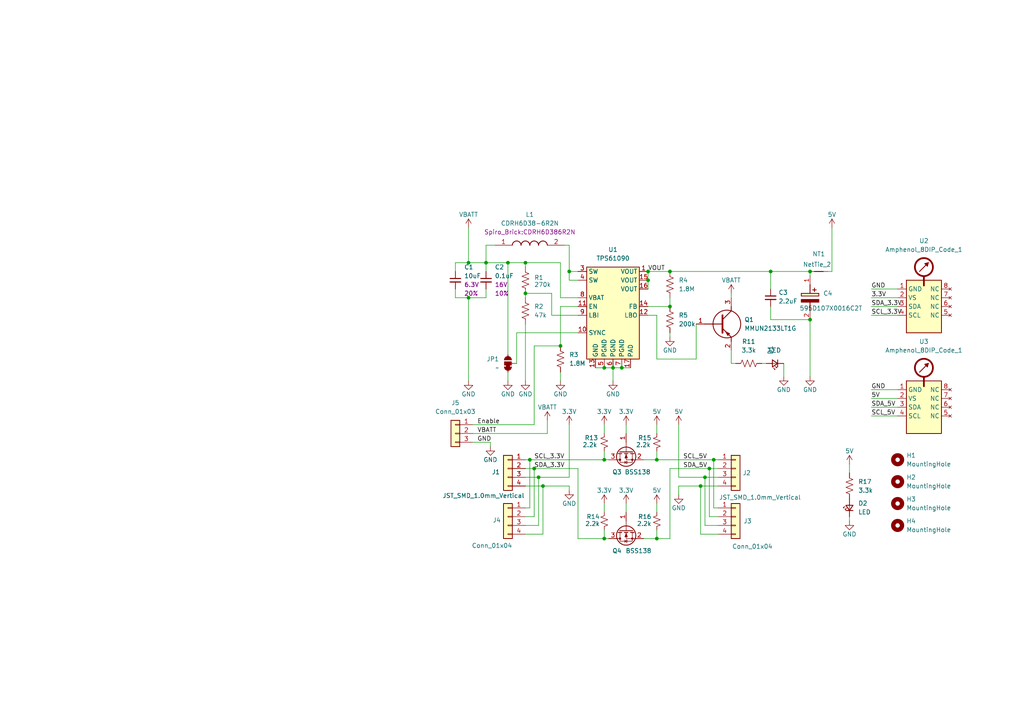
<source format=kicad_sch>
(kicad_sch (version 20250114) (generator "eeschema") (generator_version "9.0")
  (paper "A4")
  (title_block (title "Sprio Brick") (date "2025-12-26") (rev "1.0.0") (comment 1 "Urs Utzinger") (comment 2 "Altekreti"))
  (lib_symbols
    (symbol "Connector_Generic:Conn_01x04" (pin_names (offset 1.016) (hide yes))
      (property "Reference" "J" (at 0 5.08 0))
      (property "Value" "Conn_01x04" (at 0 -7.62 0))
      (symbol "Conn_01x04_1_1"
        (rectangle (start -1.27 3.81) (end 1.27 -6.35) (stroke (width 0.254)) (fill (type background)))
        (rectangle (start -1.27 2.667) (end 0 2.413) (stroke (width 0.1524)))
        (rectangle (start -1.27 0.127) (end 0 -0.127) (stroke (width 0.1524)))
        (rectangle (start -1.27 -2.413) (end 0 -2.667) (stroke (width 0.1524)))
        (rectangle (start -1.27 -4.953) (end 0 -5.207) (stroke (width 0.1524)))
        (pin passive line (at -5.08 2.54 0) (length 3.81) (name "Pin_1") (number "1"))
        (pin passive line (at -5.08 0 0) (length 3.81) (name "Pin_2") (number "2"))
        (pin passive line (at -5.08 -2.54 0) (length 3.81) (name "Pin_3") (number "3"))
        (pin passive line (at -5.08 -5.08 0) (length 3.81) (name "Pin_4") (number "4"))
      )
    )
    (symbol "Device:NetTie_2" (pin_numbers (hide yes)) (pin_names (offset 0) (hide yes)) (in_bom no)
      (property "Reference" "NT" (at 0 1.27 0))
      (property "Value" "NetTie_2" (at 0 -1.27 0))
      (symbol "NetTie_2_0_1"
        (polyline (pts (xy -1.27 0) (xy 1.27 0)) (stroke (width 0.254)))
      )
      (symbol "NetTie_2_1_1"
        (pin passive line (at -2.54 0 0) (length 2.54) (name "1") (number "1"))
        (pin passive line (at 2.54 0 180) (length 2.54) (name "2") (number "2"))
      )
    )
    (symbol "Device:R_US" (pin_numbers (hide yes)) (pin_names (offset 0))
      (property "Reference" "R" (at 2.54 0 90))
      (property "Value" "R_US" (at -2.54 0 90))
      (symbol "R_US_0_1"
        (polyline (pts (xy 0 2.286) (xy 0 2.54)))
        (polyline (pts (xy 0 2.286) (xy 1.016 1.905) (xy 0 1.524) (xy -1.016 1.143) (xy 0 0.762)))
        (polyline (pts (xy 0 0.762) (xy 1.016 0.381) (xy 0 0) (xy -1.016 -0.381) (xy 0 -0.762)))
        (polyline (pts (xy 0 -0.762) (xy 1.016 -1.143) (xy 0 -1.524) (xy -1.016 -1.905) (xy 0 -2.286)))
        (polyline (pts (xy 0 -2.286) (xy 0 -2.54)))
      )
      (symbol "R_US_1_1"
        (pin passive line (at 0 3.81 270) (length 1.27) (name "~") (number "1"))
        (pin passive line (at 0 -3.81 90) (length 1.27) (name "~") (number "2"))
      )
    )
    (symbol "Mechanical:MountingHole" (pin_names (offset 1.016)) (in_bom no)
      (property "Reference" "H" (at 0 5.08 0))
      (property "Value" "MountingHole" (at 0 3.175 0))
      (symbol "MountingHole_0_1"
        (circle (center 0 0) (radius 1.27) (stroke (width 1.27)))
      )
    )
    (symbol "PCM_SparkFun-Capacitor:0.1uF_0402_16V_10%" (pin_numbers (hide yes)) (pin_names (offset 0.254))
      (property "Reference" "C" (at 0.635 2.54 0))
      (property "Value" "0.1uF" (at 0.635 -2.54 0))
      (property "Voltage" "16V" (at 0 -6.35 0))
      (property "Tolerance" "10%" (at 0 -8.89 0))
      (symbol "0.1uF_0402_16V_10%_0_1"
        (polyline (pts (xy -1.524 0.508) (xy 1.524 0.508)) (stroke (width 0.3048)))
        (polyline (pts (xy -1.524 -0.508) (xy 1.524 -0.508)) (stroke (width 0.3302)))
      )
      (symbol "0.1uF_0402_16V_10%_1_1"
        (pin passive line (at 0 2.54 270) (length 2.032) (name "~") (number "1"))
        (pin passive line (at 0 -2.54 90) (length 2.032) (name "~") (number "2"))
      )
    )
    (symbol "PCM_SparkFun-Capacitor:10uF_0402_6.3V_20%" (pin_numbers (hide yes)) (pin_names (offset 0.254))
      (property "Reference" "C" (at 0.635 2.54 0))
      (property "Value" "10uF" (at 0.635 -2.54 0))
      (property "Voltage" "6.3V" (at 0 -6.35 0))
      (property "Tolerance" "20%" (at 0 -8.89 0))
      (symbol "10uF_0402_6.3V_20%_0_1"
        (polyline (pts (xy -1.524 0.508) (xy 1.524 0.508)) (stroke (width 0.3048)))
        (polyline (pts (xy -1.524 -0.508) (xy 1.524 -0.508)) (stroke (width 0.3302)))
      )
      (symbol "10uF_0402_6.3V_20%_1_1"
        (pin passive line (at 0 2.54 270) (length 2.032) (name "~") (number "1"))
        (pin passive line (at 0 -2.54 90) (length 2.032) (name "~") (number "2"))
      )
    )
    (symbol "PCM_SparkFun-Capacitor:2.2uF_0402_10V_10%" (pin_numbers (hide yes)) (pin_names (offset 0.254))
      (property "Reference" "C" (at 0.635 2.54 0))
      (property "Value" "2.2uF" (at 0.635 -2.54 0))
      (property "Voltage" "10V" (at 0 -6.35 0))
      (property "Tolerance" "10%" (at 0 -8.89 0))
      (symbol "2.2uF_0402_10V_10%_0_1"
        (polyline (pts (xy -1.524 0.508) (xy 1.524 0.508)) (stroke (width 0.3048)))
        (polyline (pts (xy -1.524 -0.508) (xy 1.524 -0.508)) (stroke (width 0.3302)))
      )
      (symbol "2.2uF_0402_10V_10%_1_1"
        (pin passive line (at 0 2.54 270) (length 2.032) (name "~") (number "1"))
        (pin passive line (at 0 -2.54 90) (length 2.032) (name "~") (number "2"))
      )
    )
    (symbol "PCM_SparkFun-Connector:Conn_01x03_P2.54mm" (pin_names (offset 1.016) (hide yes))
      (property "Reference" "J" (at 0 5.08 0))
      (property "Value" "Conn_01x03" (at 0 -5.08 0))
      (symbol "Conn_01x03_P2.54mm_1_1"
        (rectangle (start -1.27 3.81) (end 1.27 -3.81) (stroke (width 0.254)) (fill (type background)))
        (rectangle (start -1.27 2.667) (end 0 2.413) (stroke (width 0.1524)))
        (rectangle (start -1.27 0.127) (end 0 -0.127) (stroke (width 0.1524)))
        (rectangle (start -1.27 -2.413) (end 0 -2.667) (stroke (width 0.1524)))
        (pin passive line (at -5.08 2.54 0) (length 3.81) (name "Pin_1") (number "1"))
        (pin passive line (at -5.08 0 0) (length 3.81) (name "Pin_2") (number "2"))
        (pin passive line (at -5.08 -2.54 0) (length 3.81) (name "Pin_3") (number "3"))
      )
    )
    (symbol "PCM_SparkFun-Connector:Conn_01x04_JST_P1.0mm_Vertical_SMD" (pin_names (offset 1.016) (hide yes))
      (property "Reference" "J" (at 0 5.08 0))
      (property "Value" "JST_SMD_1.0mm_Vertical" (at 0 -7.62 0))
      (symbol "Conn_01x04_JST_P1.0mm_Vertical_SMD_1_1"
        (rectangle (start -1.27 3.81) (end 1.27 -6.35) (stroke (width 0.254)) (fill (type background)))
        (rectangle (start -1.27 2.667) (end 0 2.413) (stroke (width 0.1524)))
        (rectangle (start -1.27 0.127) (end 0 -0.127) (stroke (width 0.1524)))
        (rectangle (start -1.27 -2.413) (end 0 -2.667) (stroke (width 0.1524)))
        (rectangle (start -1.27 -4.953) (end 0 -5.207) (stroke (width 0.1524)))
        (pin passive line (at -5.08 2.54 0) (length 3.81) (name "Pin_1") (number "1"))
        (pin passive line (at -5.08 0 0) (length 3.81) (name "Pin_2") (number "2"))
        (pin passive line (at -5.08 -2.54 0) (length 3.81) (name "Pin_3") (number "3"))
        (pin passive line (at -5.08 -5.08 0) (length 3.81) (name "Pin_4") (number "4"))
      )
    )
    (symbol "PCM_SparkFun-Jumper:SolderJumper_3_Bridged12" (pin_numbers (hide yes)) (pin_names (offset 0) (hide yes))
      (property "Reference" "JP" (at 0 2.54 0))
      (property "Value" "~" (at 3.81 1.27 0))
      (symbol "SolderJumper_3_Bridged12_0_1"
        (polyline (pts (xy -2.54 0) (xy -2.032 0)))
        (polyline (pts (xy -1.016 1.016) (xy -1.016 -1.016)))
        (rectangle (start -1.016 0.508) (end -0.508 -0.508) (fill (type outline)))
        (arc (start -1.016 -1.016) (mid -2.0276 0) (end -1.016 1.016))
        (arc (start -1.016 -1.016) (mid -2.0276 0) (end -1.016 1.016) (fill (type outline)))
        (rectangle (start -0.508 1.016) (end 0.508 -1.016) (fill (type outline)))
        (polyline (pts (xy 0 -1.27) (xy 0 -1.016)))
        (arc (start 1.016 1.016) (mid 2.0276 0) (end 1.016 -1.016))
        (arc (start 1.016 1.016) (mid 2.0276 0) (end 1.016 -1.016) (fill (type outline)))
        (polyline (pts (xy 1.016 1.016) (xy 1.016 -1.016)))
        (polyline (pts (xy 2.54 0) (xy 2.032 0)))
      )
      (symbol "SolderJumper_3_Bridged12_1_1"
        (pin passive line (at -2.54 0 0) (length 1.27) (name "A") (number "1"))
        (pin passive line (at 0 -2.54 90) (length 1.27) (name "B") (number "2"))
        (pin passive line (at 2.54 0 180) (length 1.27) (name "C") (number "3"))
      )
    )
    (symbol "PCM_SparkFun-LED:LED" (pin_numbers (hide yes)) (pin_names (offset 1.016) (hide yes))
      (property "Reference" "D" (at 0 2.54 0))
      (property "Value" "LED" (at 0 -2.54 0))
      (symbol "LED_0_1"
        (polyline (pts (xy -0.762 -1.016) (xy -0.762 1.016)) (stroke (width 0.254)))
        (polyline (pts (xy 0 0.762) (xy -0.508 1.27) (xy -0.254 1.27) (xy -0.508 1.27) (xy -0.508 1.016)))
        (polyline (pts (xy 0.508 1.27) (xy 0 1.778) (xy 0.254 1.778) (xy 0 1.778) (xy 0 1.524)))
        (polyline (pts (xy 0.762 -1.016) (xy -0.762 0) (xy 0.762 1.016) (xy 0.762 -1.016)) (stroke (width 0.254)))
        (polyline (pts (xy 1.016 0) (xy -0.762 0)))
      )
      (symbol "LED_1_1"
        (pin passive line (at -2.54 0 0) (length 1.778) (name "K") (number "1"))
        (pin passive line (at 2.54 0 180) (length 1.778) (name "A") (number "2"))
      )
    )
    (symbol "PCM_SparkFun-PowerSymbol:3.3V" (power) (pin_names (offset 0))
      (property "Value" "3.3V" (at 0 3.81 0))
      (symbol "3.3V_0_1"
        (polyline (pts (xy -0.762 1.27) (xy 0 2.54)))
        (polyline (pts (xy 0 2.54) (xy 0.762 1.27)))
        (polyline (pts (xy 0 0) (xy 0 2.54)))
      )
      (symbol "3.3V_1_1"
        (pin power_in line (at 0 0 90) (length 0) (hide yes) (name "3.3V") (number "1"))
      )
    )
    (symbol "PCM_SparkFun-PowerSymbol:5V" (power) (pin_names (offset 0))
      (property "Value" "5V" (at 0 3.81 0))
      (symbol "5V_0_1"
        (polyline (pts (xy -0.762 1.27) (xy 0 2.54)))
        (polyline (pts (xy 0 2.54) (xy 0.762 1.27)))
        (polyline (pts (xy 0 0) (xy 0 2.54)))
      )
      (symbol "5V_1_1"
        (pin power_in line (at 0 0 90) (length 0) (hide yes) (name "5V") (number "1"))
      )
    )
    (symbol "PCM_SparkFun-PowerSymbol:GND" (power) (pin_names (offset 0))
      (property "Value" "GND" (at 0 -3.81 0))
      (symbol "GND_0_1"
        (polyline (pts (xy 0 0) (xy 0 -1.27) (xy 1.27 -1.27) (xy 0 -2.54) (xy -1.27 -1.27) (xy 0 -1.27)))
      )
      (symbol "GND_1_1"
        (pin power_in line (at 0 0 270) (length 0) (hide yes) (name "GND") (number "1"))
      )
    )
    (symbol "PCM_SparkFun-PowerSymbol:VBATT" (power) (pin_names (offset 0))
      (property "Value" "VBATT" (at 0 3.81 0))
      (symbol "VBATT_0_1"
        (polyline (pts (xy -0.762 1.27) (xy 0 2.54)))
        (polyline (pts (xy 0 2.54) (xy 0.762 1.27)))
        (polyline (pts (xy 0 0) (xy 0 2.54)))
      )
      (symbol "VBATT_1_1"
        (pin power_in line (at 0 0 90) (length 0) (hide yes) (name "VBATT") (number "1"))
      )
    )
    (symbol "PCM_SparkFun-Resistor:10k_0402" (pin_numbers (hide yes)) (pin_names (offset 0))
      (property "Reference" "R" (at 0 -2.54 0))
      (property "Value" "10k" (at 0 2.54 0))
      (symbol "10k_0402_0_1"
        (polyline (pts (xy -1.524 0) (xy -1.143 1.016) (xy -0.762 0) (xy -0.381 -1.016) (xy 0 0)))
        (polyline (pts (xy 0 0) (xy 0.381 1.016) (xy 0.762 0) (xy 1.143 -1.016) (xy 1.524 0)))
      )
      (symbol "10k_0402_1_1"
        (pin passive line (at -2.54 0 0) (length 1.016) (name "~") (number "1"))
        (pin passive line (at 2.54 0 180) (length 1.016) (name "~") (number "2"))
      )
    )
    (symbol "Regulator_Switching:TPS61090"
      (property "Reference" "U" (at -7.62 15.24 0))
      (property "Value" "TPS61090" (at 1.27 15.24 0))
      (symbol "TPS61090_0_0"
        (pin passive line (at -10.16 12.7 0) (length 2.54) (name "SW") (number "3"))
        (pin passive line (at -10.16 10.16 0) (length 2.54) (name "SW") (number "4"))
        (pin power_in line (at -10.16 5.08 0) (length 2.54) (name "VBAT") (number "8"))
        (pin input line (at -10.16 2.54 0) (length 2.54) (name "EN") (number "11"))
        (pin input line (at -10.16 0 0) (length 2.54) (name "LBI") (number "9"))
        (pin input line (at -10.16 -5.08 0) (length 2.54) (name "SYNC") (number "10"))
        (pin power_in line (at -5.08 -15.24 90) (length 2.54) (name "GND") (number "13"))
        (pin power_in line (at -2.54 -15.24 90) (length 2.54) (name "PGND") (number "5"))
        (pin power_in line (at 0 -15.24 90) (length 2.54) (name "PGND") (number "6"))
        (pin power_in line (at 2.54 -15.24 90) (length 2.54) (name "PGND") (number "7"))
        (pin power_in line (at 5.08 -15.24 90) (length 2.54) (name "PAD") (number "17"))
        (pin power_out line (at 10.16 12.7 180) (length 2.54) (name "VOUT") (number "1"))
        (pin passive line (at 10.16 10.16 180) (length 2.54) (name "VOUT") (number "15"))
        (pin passive line (at 10.16 7.62 180) (length 2.54) (name "VOUT") (number "16"))
        (pin input line (at 10.16 2.54 180) (length 2.54) (name "FB") (number "14"))
        (pin open_collector line (at 10.16 0 180) (length 2.54) (name "LBO") (number "12"))
        (pin no_connect line (at 10.16 -5.08 180) (length 2.54) (hide yes) (name "NC") (number "2"))
      )
      (symbol "TPS61090_0_1"
        (rectangle (start -7.62 13.97) (end 7.62 -12.7) (stroke (width 0.254)) (fill (type background)))
      )
    )
    (symbol "Spiro_Brick:595D107X0016C2T" (pin_names (hide yes))
      (property "Reference" "C" (at 8.89 6.35 0))
      (property "Value" "595D107X0016C2T" (at 8.89 3.81 0))
      (symbol "595D107X0016C2T_1_1"
        (polyline (pts (xy 2.54 0) (xy 5.08 0)) (stroke (width 0.254)))
        (polyline (pts (xy 4.064 1.778) (xy 4.064 0.762)) (stroke (width 0.254)))
        (polyline (pts (xy 4.572 1.27) (xy 3.556 1.27)) (stroke (width 0.254)))
        (rectangle (start 5.08 2.54) (end 5.842 -2.54) (stroke (width 0.254)) (fill (type background)))
        (polyline (pts (xy 7.62 2.54) (xy 7.62 -2.54) (xy 6.858 -2.54) (xy 6.858 2.54) (xy 7.62 2.54)) (stroke (width 0.254)) (fill (type outline)))
        (polyline (pts (xy 7.62 0) (xy 10.16 0)) (stroke (width 0.254)))
        (pin passive line (at 0 0 0) (length 2.54) (name "+") (number "1"))
        (pin passive line (at 12.7 0 180) (length 2.54) (name "-") (number "2"))
      )
    )
    (symbol "Spiro_Brick:8DIP_Amphenol_Code_1"
      (property "Reference" "U" (at -5.08 8.89 0))
      (property "Value" "Amphenol_8DIP_Code_1" (at -10.922 -5.588 0))
      (symbol "8DIP_Amphenol_Code_1_0_1"
        (rectangle (start -5.08 7.62) (end 5.08 -7.62) (stroke (width 0.254)) (fill (type background)))
        (polyline (pts (xy -1.27 10.16) (xy 1.27 12.7)) (stroke (width 0.254)))
        (circle (center 0 11.43) (radius 2.6162) (stroke (width 0.508)))
        (polyline (pts (xy 0 8.636) (xy 0 6.096)) (stroke (width 0.508)))
        (polyline (pts (xy 1.27 12.7) (xy 1.016 11.684) (xy 0.254 12.446) (xy 1.27 12.7)) (stroke (width 0.254)) (fill (type outline)))
      )
      (symbol "8DIP_Amphenol_Code_1_1_0"
        (pin no_connect line (at 7.62 0 180) (length 2.54) (name "NC") (number "6"))
        (pin no_connect line (at 7.62 -2.54 180) (length 2.54) (name "NC") (number "5"))
      )
      (symbol "8DIP_Amphenol_Code_1_1_1"
        (pin power_in line (at -7.62 5.08 0) (length 2.54) (name "GND") (number "1"))
        (pin power_in line (at -7.62 2.54 0) (length 2.54) (name "VS") (number "2"))
        (pin bidirectional line (at -7.62 0 0) (length 2.54) (name "SDA") (number "3"))
        (pin input line (at -7.62 -2.54 0) (length 2.54) (name "SCL") (number "4"))
        (pin no_connect line (at 7.62 5.08 180) (length 2.54) (name "NC") (number "8"))
        (pin no_connect line (at 7.62 2.54 180) (length 2.54) (name "NC") (number "7"))
      )
    )
    (symbol "Spiro_Brick:CDRH6D38-6R2N" (pin_names (hide yes))
      (property "Reference" "L" (at 16.51 6.35 0))
      (property "Value" "CDRH6D38-6R2N" (at 16.51 3.81 0))
      (property "Footprint" "Spiro_Brick:CDRH6D386R2N" (at 16.51 -96.19 0))
      (symbol "CDRH6D38-6R2N_1_1"
        (arc (start 5.08 0) (mid 6.35 1.219) (end 7.62 0) (stroke (width 0.254)))
        (arc (start 7.62 0) (mid 8.89 1.219) (end 10.16 0) (stroke (width 0.254)))
        (arc (start 10.16 0) (mid 11.43 1.219) (end 12.7 0) (stroke (width 0.254)))
        (arc (start 12.7 0) (mid 13.97 1.219) (end 15.24 0) (stroke (width 0.254)))
        (pin passive line (at 0 0 0) (length 5.08) (name "1") (number "1"))
        (pin passive line (at 20.32 0 180) (length 5.08) (name "2") (number "2"))
      )
    )
    (symbol "Spiro_Brick:MMUN2133LT1G" (pin_names (hide yes))
      (property "Reference" "Q" (at 13.97 1.27 0))
      (property "Value" "MMUN2133LT1G" (at 13.97 -1.27 0))
      (symbol "MMUN2133LT1G_1_1"
        (polyline (pts (xy 2.54 0) (xy 7.62 0)) (stroke (width 0.254)))
        (polyline (pts (xy 7.62 2.54) (xy 7.62 -2.54)) (stroke (width 0.508)))
        (polyline (pts (xy 7.62 1.27) (xy 10.16 3.81)) (stroke (width 0.254)))
        (polyline (pts (xy 7.62 -1.27) (xy 10.16 -3.81)) (stroke (width 0.254)))
        (circle (center 8.89 0) (radius 4.016) (stroke (width 0.254)))
        (polyline (pts (xy 9.652 -2.794) (xy 9.144 -3.302) (xy 8.636 -2.286) (xy 9.652 -2.794)) (stroke (width 0.254)) (fill (type outline)))
        (polyline (pts (xy 10.16 3.81) (xy 10.16 5.08)) (stroke (width 0.254)))
        (polyline (pts (xy 10.16 -3.81) (xy 10.16 -5.08)) (stroke (width 0.254)))
        (pin passive line (at 0 0 0) (length 2.54) (name "B") (number "1"))
        (pin passive line (at 10.16 7.62 270) (length 2.54) (name "C") (number "3"))
        (pin passive line (at 10.16 -7.62 90) (length 2.54) (name "E") (number "2"))
      )
    )
    (symbol "Transistor_FET:BSS138" (pin_names (offset 0) (hide yes))
      (property "Reference" "Q" (at 5.08 1.905 0))
      (property "Value" "BSS138" (at 5.08 0 0))
      (symbol "BSS138_0_1"
        (polyline (pts (xy 0.254 1.905) (xy 0.254 -1.905)) (stroke (width 0.254)))
        (polyline (pts (xy 0.254 0) (xy -2.54 0)))
        (polyline (pts (xy 0.762 2.286) (xy 0.762 1.27)) (stroke (width 0.254)))
        (polyline (pts (xy 0.762 0.508) (xy 0.762 -0.508)) (stroke (width 0.254)))
        (polyline (pts (xy 0.762 -1.27) (xy 0.762 -2.286)) (stroke (width 0.254)))
        (polyline (pts (xy 0.762 -1.778) (xy 3.302 -1.778) (xy 3.302 1.778) (xy 0.762 1.778)))
        (polyline (pts (xy 1.016 0) (xy 2.032 0.381) (xy 2.032 -0.381) (xy 1.016 0)) (fill (type outline)))
        (circle (center 1.651 0) (radius 2.794) (stroke (width 0.254)))
        (polyline (pts (xy 2.54 2.54) (xy 2.54 1.778)))
        (circle (center 2.54 1.778) (radius 0.254) (fill (type outline)))
        (circle (center 2.54 -1.778) (radius 0.254) (fill (type outline)))
        (polyline (pts (xy 2.54 -2.54) (xy 2.54 0) (xy 0.762 0)))
        (polyline (pts (xy 2.921 0.381) (xy 3.683 0.381)))
        (polyline (pts (xy 3.302 0.381) (xy 2.921 -0.254) (xy 3.683 -0.254) (xy 3.302 0.381)))
      )
      (symbol "BSS138_1_1"
        (pin input line (at -5.08 0 0) (length 2.54) (name "G") (number "1"))
        (pin passive line (at 2.54 5.08 270) (length 2.54) (name "D") (number "3"))
        (pin passive line (at 2.54 -5.08 90) (length 2.54) (name "S") (number "2"))
      )
    )
  )
  (junction (at 135.89 76.2))
  (junction (at 175.26 133.35))
  (junction (at 190.5 133.35))
  (junction (at 204.47 138.43))
  (junction (at 135.89 86.36))
  (junction (at 140.97 76.2))
  (junction (at 154.94 135.89))
  (junction (at 175.26 106.68))
  (junction (at 165.1 78.74))
  (junction (at 234.95 92.71))
  (junction (at 203.2 140.97))
  (junction (at 153.67 133.35))
  (junction (at 207.01 133.35))
  (junction (at 156.21 138.43))
  (junction (at 190.5 156.21))
  (junction (at 187.96 78.74))
  (junction (at 147.32 76.2))
  (junction (at 180.34 106.68))
  (junction (at 205.74 135.89))
  (junction (at 187.96 81.28))
  (junction (at 194.31 78.74))
  (junction (at 194.31 88.9))
  (junction (at 175.26 156.21))
  (junction (at 152.4 85.09))
  (junction (at 234.95 78.74))
  (junction (at 177.8 106.68))
  (junction (at 152.4 76.2))
  (junction (at 162.56 100.33))
  (junction (at 223.52 78.74))
  (junction (at 157.48 140.97))
  (wire (pts (xy 177.8 106.68) (xy 177.8 110.49)))
  (wire (pts (xy 140.97 86.36) (xy 140.97 83.82)))
  (wire (pts (xy 187.96 91.44) (xy 190.5 91.44)))
  (wire (pts (xy 177.8 106.68) (xy 180.34 106.68)))
  (wire (pts (xy 234.95 92.71) (xy 234.95 109.22)))
  (wire (pts (xy 176.53 133.35) (xy 175.26 133.35)))
  (wire (pts (xy 137.16 123.19) (xy 154.94 123.19)))
  (wire (pts (xy 152.4 140.97) (xy 157.48 140.97)))
  (wire (pts (xy 152.4 138.43) (xy 156.21 138.43)))
  (wire (pts (xy 167.64 135.89) (xy 167.64 156.21)))
  (wire (pts (xy 157.48 140.97) (xy 157.48 154.94)))
  (wire (pts (xy 154.94 149.86) (xy 152.4 149.86)))
  (wire (pts (xy 152.4 147.32) (xy 153.67 147.32)))
  (wire (pts (xy 207.01 147.32) (xy 207.01 133.35)))
  (wire (pts (xy 167.64 86.36) (xy 162.56 86.36)))
  (wire (pts (xy 252.73 88.9) (xy 260.35 88.9)))
  (wire (pts (xy 208.28 138.43) (xy 204.47 138.43)))
  (wire (pts (xy 162.56 76.2) (xy 152.4 76.2)))
  (wire (pts (xy 175.26 106.68) (xy 177.8 106.68)))
  (wire (pts (xy 180.34 106.68) (xy 182.88 106.68)))
  (wire (pts (xy 172.72 106.68) (xy 175.26 106.68)))
  (wire (pts (xy 162.56 88.9) (xy 162.56 100.33)))
  (wire (pts (xy 137.16 128.27) (xy 142.24 128.27)))
  (wire (pts (xy 181.61 146.05) (xy 181.61 148.59)))
  (wire (pts (xy 156.21 138.43) (xy 165.1 138.43)))
  (wire (pts (xy 196.85 138.43) (xy 204.47 138.43)))
  (wire (pts (xy 252.73 115.57) (xy 260.35 115.57)))
  (wire (pts (xy 196.85 123.19) (xy 196.85 138.43)))
  (wire (pts (xy 152.4 154.94) (xy 157.48 154.94)))
  (wire (pts (xy 140.97 71.12) (xy 143.51 71.12)))
  (wire (pts (xy 212.09 85.09) (xy 212.09 86.36)))
  (wire (pts (xy 152.4 93.98) (xy 152.4 110.49)))
  (wire (pts (xy 205.74 149.86) (xy 205.74 135.89)))
  (wire (pts (xy 208.28 133.35) (xy 207.01 133.35)))
  (wire (pts (xy 208.28 149.86) (xy 205.74 149.86)))
  (wire (pts (xy 252.73 120.65) (xy 260.35 120.65)))
  (wire (pts (xy 157.48 140.97) (xy 165.1 140.97)))
  (wire (pts (xy 252.73 86.36) (xy 260.35 86.36)))
  (wire (pts (xy 186.69 133.35) (xy 190.5 133.35)))
  (wire (pts (xy 208.28 135.89) (xy 205.74 135.89)))
  (wire (pts (xy 194.31 96.52) (xy 194.31 97.79)))
  (wire (pts (xy 147.32 107.95) (xy 147.32 110.49)))
  (wire (pts (xy 220.98 105.41) (xy 222.25 105.41)))
  (wire (pts (xy 190.5 104.14) (xy 201.93 104.14)))
  (wire (pts (xy 190.5 156.21) (xy 186.69 156.21)))
  (wire (pts (xy 167.64 81.28) (xy 165.1 81.28)))
  (wire (pts (xy 165.1 71.12) (xy 163.83 71.12)))
  (wire (pts (xy 165.1 71.12) (xy 165.1 78.74)))
  (wire (pts (xy 175.26 156.21) (xy 167.64 156.21)))
  (wire (pts (xy 149.86 96.52) (xy 149.86 105.41)))
  (wire (pts (xy 187.96 88.9) (xy 194.31 88.9)))
  (wire (pts (xy 181.61 123.19) (xy 181.61 125.73)))
  (wire (pts (xy 152.4 135.89) (xy 154.94 135.89)))
  (wire (pts (xy 165.1 81.28) (xy 165.1 78.74)))
  (wire (pts (xy 175.26 156.21) (xy 175.26 153.67)))
  (wire (pts (xy 140.97 76.2) (xy 147.32 76.2)))
  (wire (pts (xy 190.5 91.44) (xy 190.5 104.14)))
  (wire (pts (xy 152.4 152.4) (xy 156.21 152.4)))
  (wire (pts (xy 190.5 153.67) (xy 190.5 156.21)))
  (wire (pts (xy 147.32 76.2) (xy 152.4 76.2)))
  (wire (pts (xy 196.85 140.97) (xy 196.85 143.51)))
  (wire (pts (xy 162.56 88.9) (xy 167.64 88.9)))
  (wire (pts (xy 208.28 154.94) (xy 203.2 154.94)))
  (wire (pts (xy 175.26 156.21) (xy 176.53 156.21)))
  (wire (pts (xy 140.97 71.12) (xy 140.97 76.2)))
  (wire (pts (xy 135.89 76.2) (xy 140.97 76.2)))
  (wire (pts (xy 196.85 140.97) (xy 203.2 140.97)))
  (wire (pts (xy 190.5 146.05) (xy 190.5 148.59)))
  (wire (pts (xy 154.94 100.33) (xy 162.56 100.33)))
  (wire (pts (xy 162.56 86.36) (xy 162.56 76.2)))
  (wire (pts (xy 167.64 91.44) (xy 160.02 91.44)))
  (wire (pts (xy 208.28 152.4) (xy 204.47 152.4)))
  (wire (pts (xy 152.4 85.09) (xy 152.4 86.36)))
  (wire (pts (xy 234.95 80.01) (xy 234.95 78.74)))
  (wire (pts (xy 135.89 66.04) (xy 135.89 76.2)))
  (wire (pts (xy 194.31 135.89) (xy 194.31 156.21)))
  (wire (pts (xy 194.31 86.36) (xy 194.31 88.9)))
  (wire (pts (xy 152.4 76.2) (xy 152.4 77.47)))
  (wire (pts (xy 162.56 107.95) (xy 162.56 110.49)))
  (wire (pts (xy 153.67 133.35) (xy 153.67 147.32)))
  (wire (pts (xy 175.26 123.19) (xy 175.26 125.73)))
  (wire (pts (xy 252.73 118.11) (xy 260.35 118.11)))
  (wire (pts (xy 194.31 135.89) (xy 205.74 135.89)))
  (wire (pts (xy 194.31 78.74) (xy 223.52 78.74)))
  (wire (pts (xy 223.52 78.74) (xy 234.95 78.74)))
  (wire (pts (xy 187.96 81.28) (xy 187.96 83.82)))
  (wire (pts (xy 203.2 154.94) (xy 203.2 140.97)))
  (wire (pts (xy 252.73 91.44) (xy 260.35 91.44)))
  (wire (pts (xy 135.89 86.36) (xy 132.08 86.36)))
  (wire (pts (xy 149.86 96.52) (xy 167.64 96.52)))
  (wire (pts (xy 160.02 85.09) (xy 152.4 85.09)))
  (wire (pts (xy 227.33 105.41) (xy 227.33 109.22)))
  (wire (pts (xy 165.1 140.97) (xy 165.1 142.24)))
  (wire (pts (xy 142.24 128.27) (xy 142.24 129.54)))
  (wire (pts (xy 158.75 125.73) (xy 158.75 121.92)))
  (wire (pts (xy 175.26 146.05) (xy 175.26 148.59)))
  (wire (pts (xy 140.97 76.2) (xy 140.97 78.74)))
  (wire (pts (xy 132.08 86.36) (xy 132.08 83.82)))
  (wire (pts (xy 154.94 135.89) (xy 154.94 149.86)))
  (wire (pts (xy 234.95 92.71) (xy 223.52 92.71)))
  (wire (pts (xy 208.28 140.97) (xy 203.2 140.97)))
  (wire (pts (xy 165.1 78.74) (xy 167.64 78.74)))
  (wire (pts (xy 208.28 147.32) (xy 207.01 147.32)))
  (wire (pts (xy 223.52 92.71) (xy 223.52 88.9)))
  (wire (pts (xy 190.5 133.35) (xy 207.01 133.35)))
  (wire (pts (xy 156.21 138.43) (xy 156.21 152.4)))
  (wire (pts (xy 132.08 76.2) (xy 135.89 76.2)))
  (wire (pts (xy 201.93 104.14) (xy 201.93 93.98)))
  (wire (pts (xy 223.52 78.74) (xy 223.52 83.82)))
  (wire (pts (xy 154.94 100.33) (xy 154.94 123.19)))
  (wire (pts (xy 132.08 78.74) (xy 132.08 76.2)))
  (wire (pts (xy 135.89 86.36) (xy 135.89 110.49)))
  (wire (pts (xy 187.96 78.74) (xy 187.96 81.28)))
  (wire (pts (xy 252.73 83.82) (xy 260.35 83.82)))
  (wire (pts (xy 246.38 134.62) (xy 246.38 137.16)))
  (wire (pts (xy 152.4 133.35) (xy 153.67 133.35)))
  (wire (pts (xy 137.16 125.73) (xy 158.75 125.73)))
  (wire (pts (xy 187.96 78.74) (xy 194.31 78.74)))
  (wire (pts (xy 190.5 156.21) (xy 194.31 156.21)))
  (wire (pts (xy 140.97 86.36) (xy 135.89 86.36)))
  (wire (pts (xy 154.94 135.89) (xy 167.64 135.89)))
  (wire (pts (xy 241.3 66.04) (xy 241.3 78.74)))
  (wire (pts (xy 246.38 149.86) (xy 246.38 151.13)))
  (wire (pts (xy 160.02 91.44) (xy 160.02 85.09)))
  (wire (pts (xy 175.26 133.35) (xy 175.26 130.81)))
  (wire (pts (xy 241.3 78.74) (xy 240.03 78.74)))
  (wire (pts (xy 190.5 133.35) (xy 190.5 130.81)))
  (wire (pts (xy 212.09 105.41) (xy 212.09 101.6)))
  (wire (pts (xy 165.1 123.19) (xy 165.1 138.43)))
  (wire (pts (xy 153.67 133.35) (xy 175.26 133.35)))
  (wire (pts (xy 204.47 152.4) (xy 204.47 138.43)))
  (wire (pts (xy 147.32 102.87) (xy 147.32 76.2)))
  (wire (pts (xy 252.73 113.03) (xy 260.35 113.03)))
  (wire (pts (xy 190.5 123.19) (xy 190.5 125.73)))
  (wire (pts (xy 213.36 105.41) (xy 212.09 105.41)))
  (label "SDA_5V" (at 252.73 118.11 0))
  (label "VOUT" (at 187.96 78.74 0))
  (label "5V" (at 252.73 115.57 0))
  (label "SCL_5V" (at 252.73 120.65 0))
  (label "SDA_3.3V" (at 252.73 88.9 0))
  (label "SDA_3.3V" (at 154.94 135.89 0))
  (label "SDA_5V" (at 198.12 135.89 0))
  (label "SCL_3.3V" (at 252.73 91.44 0))
  (label "GND" (at 252.73 113.03 0))
  (label "Enable" (at 138.43 123.19 0))
  (label "SCL_3.3V" (at 154.94 133.35 0))
  (label "3.3V" (at 252.73 86.36 0))
  (label "VBATT" (at 138.43 125.73 0))
  (label "GND" (at 138.43 128.27 0))
  (label "GND" (at 252.73 83.82 0))
  (label "SCL_5V" (at 198.12 133.35 0))
  (symbol (lib_id "Device:R_US") (at 162.56 104.14 0) (unit 1)
    (property "Reference" "R3" (at 165.1 102.8699 0) (effects (justify left)))
    (property "Value" "1.8M" (at 165.1 105.4099 0) (effects (justify left)))
    (property "Footprint" "Resistor_SMD:R_0402_1005Metric" (effects (hide yes)))
    (property "Description" "Resistor, US symbol" (effects (hide yes)))
  )
  (symbol (lib_id "PCM_SparkFun-Connector:Conn_01x04_JST_P1.0mm_Vertical_SMD") (at 147.32 135.89 0) (mirror y) (unit 1)
    (property "Reference" "J1" (at 145.034 136.906 0) (effects (justify left)))
    (property "Value" "JST_SMD_1.0mm_Vertical" (at 152.146 143.764 0) (effects (justify left)))
    (property "Footprint" "PCM_SparkFun-Connector:JST_1x04_P1.0mm_Vertical_SMD" (effects (hide yes)))
    (property "Description" "4 pin JST 1mm polarized connector for I2C" (effects (hide yes)))
    (property "PROD_ID" "CONN-14483" (effects (hide yes)))
  )
  (symbol (lib_id "PCM_SparkFun-PowerSymbol:5V") (at 246.38 134.62 0) (unit 1)
    (property "Reference" "#PWR019" (effects (hide yes)))
    (property "Value" "5V" (at 246.38 130.81 0))
    (property "Description" "Power symbol creates a global label with name \"5V\"" (effects (hide yes)))
  )
  (symbol (lib_id "Spiro_Brick:8DIP_Amphenol_Code_1") (at 267.97 88.9 0) (unit 1)
    (property "Reference" "U2" (at 267.97 69.85 0))
    (property "Value" "Amphenol_8DIP_Code_1" (at 267.97 72.39 0))
    (property "Footprint" "Spiro_Brick:Amphenol_DIP-8_W13.08mm" (effects (hide yes)))
  )
  (symbol (lib_id "PCM_SparkFun-PowerSymbol:GND") (at 196.85 143.51 0) (unit 1)
    (property "Reference" "#PWR022" (effects (hide yes)))
    (property "Value" "GND" (at 196.85 147.32 0))
    (property "Description" "Power symbol creates a global label with name \"GND\" , ground" (effects (hide yes)))
  )
  (symbol (lib_id "Connector_Generic:Conn_01x04") (at 147.32 149.86 0) (mirror y) (unit 1)
    (property "Reference" "J4" (at 145.288 150.876 0) (effects (justify left)))
    (property "Value" "Conn_01x04" (at 148.59 158.242 0) (effects (justify left)))
    (property "Footprint" "Connector_PinHeader_2.54mm:PinHeader_1x04_P2.54mm_Vertical" (effects (hide yes)))
    (property "Description" "Generic connector, single row, 01x04, script generated (kicad-library-utils/schlib/autogen/connector/)" (effects (hide yes)))
  )
  (symbol (lib_id "PCM_SparkFun-Capacitor:10uF_0402_6.3V_20%") (at 132.08 81.28 0) (unit 1)
    (property "Reference" "C1" (at 134.62 77.4762 0) (effects (justify left)))
    (property "Value" "10uF" (at 134.62 80.0162 0) (effects (justify left)))
    (property "Footprint" "PCM_SparkFun-Capacitor:C_0402_1005Metric" (effects (hide yes)))
    (property "Datasheet" "https://cdn.sparkfun.com/assets/8/a/4/a/5/Kemet_Capacitor_Datasheet.pdf" (effects (hide yes)))
    (property "Description" "Unpolarized capacitor" (effects (hide yes)))
    (property "PROD_ID" "CAP-14848" (effects (hide yes)))
    (property "Voltage" "6.3V" (at 134.62 82.5562 0) (effects (justify left)))
    (property "Tolerance" "20%" (at 134.62 85.0962 0) (effects (justify left)))
  )
  (symbol (lib_id "Mechanical:MountingHole") (at 260.35 146.05 0) (unit 1) (in_bom no)
    (property "Reference" "H3" (at 262.89 144.7799 0) (effects (justify left)))
    (property "Value" "MountingHole" (at 262.89 147.3199 0) (effects (justify left)))
    (property "Footprint" "MountingHole:MountingHole_3.2mm_M3" (effects (hide yes)))
    (property "Description" "Mounting Hole without connection" (effects (hide yes)))
  )
  (symbol (lib_id "Spiro_Brick:595D107X0016C2T") (at 234.95 80.01 270) (unit 1)
    (property "Reference" "C4" (at 238.76 85.0899 90) (effects (justify left)))
    (property "Value" "595D107X0016C2T" (at 231.902 89.408 90) (effects (justify left)))
    (property "Footprint" "Spiro_Brick:CAPPC5932X280N" (effects (hide yes)))
    (property "Datasheet" "http://www.vishay.com/doc?40007" (effects (hide yes)))
    (property "Description" "Solid Tantalum Chip Capacitors TANTAMOUNT(TM), Conformal Coated, Maximum CV" (effects (hide yes)))
    (property "Height" "2.8" (effects (hide yes)))
    (property "Manufacturer_Name" "Vishay" (effects (hide yes)))
    (property "Manufacturer_Part_Number" "595D107X0016C2T" (effects (hide yes)))
    (property "Mouser Part Number" "74-595D107X0016C2T" (effects (hide yes)))
    (property "Mouser Price/Stock" "https://www.mouser.co.uk/ProductDetail/Vishay-Sprague/595D107X0016C2T?qs=BfSUxzWN8aLzyKZXn9bxZg%3D%3D" (effects (hide yes)))
    (property "Arrow Part Number" "595D107X0016C2T" (effects (hide yes)))
    (property "Arrow Price/Stock" "https://www.arrow.com/en/products/595d107x0016c2t/vishay" (effects (hide yes)))
  )
  (symbol (lib_id "PCM_SparkFun-PowerSymbol:GND") (at 194.31 97.79 0) (unit 1)
    (property "Reference" "#PWR03" (effects (hide yes)))
    (property "Value" "GND" (at 194.31 101.6 0))
    (property "Description" "Power symbol creates a global label with name \"GND\" , ground" (effects (hide yes)))
  )
  (symbol (lib_id "PCM_SparkFun-PowerSymbol:VBATT") (at 158.75 121.92 0) (unit 1)
    (property "Reference" "#PWR025" (effects (hide yes)))
    (property "Value" "VBATT" (at 158.75 118.11 0))
    (property "Description" "Power symbol creates a global label with name \"VBATT\"" (effects (hide yes)))
  )
  (symbol (lib_id "PCM_SparkFun-LED:LED") (at 224.79 105.41 180) (unit 1)
    (property "Reference" "D1" (at 223.4564 102.87 90) (effects (justify right)))
    (property "Value" "LED" (at 224.7265 101.6 0))
    (property "Footprint" "LED_SMD:LED_0402_1005Metric" (effects (hide yes)))
    (property "Description" "Light emitting diode" (effects (hide yes)))
    (property "PROD_ID" "LED-" (effects (hide yes)))
  )
  (symbol (lib_id "Spiro_Brick:8DIP_Amphenol_Code_1") (at 267.97 118.11 0) (unit 1)
    (property "Reference" "U3" (at 267.97 99.06 0))
    (property "Value" "Amphenol_8DIP_Code_1" (at 267.97 101.6 0))
    (property "Footprint" "Spiro_Brick:Amphenol_DIP-8_W13.08mm" (effects (hide yes)))
  )
  (symbol (lib_id "Spiro_Brick:MMUN2133LT1G") (at 201.93 93.98 0) (unit 1)
    (property "Reference" "Q1" (at 215.9 92.7099 0) (effects (justify left)))
    (property "Value" "MMUN2133LT1G" (at 215.9 95.2499 0) (effects (justify left)))
    (property "Footprint" "SOT96P237X111-3N" (effects (hide yes)))
    (property "Datasheet" "https://www.onsemi.com/pub/Collateral/DTA143Z-D.PDF" (effects (hide yes)))
    (property "Description" "Simplifies Circuit Design; Reduces Board Space; Reduces Component Count; S and NSV Prefix for Automotive and Other Applications Requiring Unique Site and Control Change Requirements; AECQ101 Qualified and PPAP Capable; These Devices are PbFree, Halogen Free/BFR Free and are RoHS Compliant" (effects (hide yes)))
    (property "Height" "1.11" (effects (hide yes)))
    (property "Manufacturer_Name" "onsemi" (effects (hide yes)))
    (property "Manufacturer_Part_Number" "MMUN2133LT1G" (effects (hide yes)))
    (property "Mouser Part Number" "863-MMUN2133LT1G" (effects (hide yes)))
    (property "Mouser Price/Stock" "https://www.mouser.co.uk/ProductDetail/onsemi/MMUN2133LT1G?qs=ZpPixqFcBtysLCI%2F2LOB%252BQ%3D%3D" (effects (hide yes)))
    (property "Arrow Part Number" "MMUN2133LT1G" (effects (hide yes)))
    (property "Arrow Price/Stock" "https://www.arrow.com/en/products/mmun2133lt1g/on-semiconductor?utm_currency=USD&region=nac" (effects (hide yes)))
  )
  (symbol (lib_id "PCM_SparkFun-Capacitor:0.1uF_0402_16V_10%") (at 140.97 81.28 0) (unit 1)
    (property "Reference" "C2" (at 143.51 77.4762 0) (effects (justify left)))
    (property "Value" "0.1uF" (at 143.51 80.0162 0) (effects (justify left)))
    (property "Footprint" "PCM_SparkFun-Capacitor:C_0402_1005Metric" (effects (hide yes)))
    (property "Datasheet" "https://cdn.sparkfun.com/assets/8/a/4/a/5/Kemet_Capacitor_Datasheet.pdf" (effects (hide yes)))
    (property "Description" "Unpolarized capacitor" (effects (hide yes)))
    (property "PROD_ID" "CAP-25565" (effects (hide yes)))
    (property "Voltage" "16V" (at 143.51 82.5562 0) (effects (justify left)))
    (property "Tolerance" "10%" (at 143.51 85.0962 0) (effects (justify left)))
  )
  (symbol (lib_id "PCM_SparkFun-PowerSymbol:VBATT") (at 212.09 85.09 0) (unit 1)
    (property "Reference" "#PWR09" (effects (hide yes)))
    (property "Value" "VBATT" (at 212.09 81.28 0))
    (property "Description" "Power symbol creates a global label with name \"VBATT\"" (effects (hide yes)))
  )
  (symbol (lib_id "PCM_SparkFun-Resistor:10k_0402") (at 175.26 151.13 270) (mirror x) (unit 1)
    (property "Reference" "R14" (at 173.99 149.86 90) (effects (justify right)))
    (property "Value" "2.2k" (at 173.99 151.892 90) (effects (justify right)))
    (property "Footprint" "PCM_SparkFun-Resistor:R_0402_1005Metric" (effects (hide yes)))
    (property "Datasheet" "https://www.vishay.com/docs/20035/dcrcwe3.pdf" (effects (hide yes)))
    (property "Description" "Resistor" (effects (hide yes)))
    (property "PROD_ID" "RES-25567" (effects (hide yes)))
  )
  (symbol (lib_id "Device:R_US") (at 152.4 90.17 0) (unit 1)
    (property "Reference" "R2" (at 154.94 88.8999 0) (effects (justify left)))
    (property "Value" "47k" (at 154.94 91.4399 0) (effects (justify left)))
    (property "Footprint" "Resistor_SMD:R_0402_1005Metric" (effects (hide yes)))
    (property "Description" "Resistor, US symbol" (effects (hide yes)))
  )
  (symbol (lib_id "PCM_SparkFun-Resistor:10k_0402") (at 190.5 151.13 270) (mirror x) (unit 1)
    (property "Reference" "R16" (at 188.976 149.86 90) (effects (justify right)))
    (property "Value" "2.2k" (at 188.976 151.892 90) (effects (justify right)))
    (property "Footprint" "PCM_SparkFun-Resistor:R_0402_1005Metric" (effects (hide yes)))
    (property "Datasheet" "https://www.vishay.com/docs/20035/dcrcwe3.pdf" (effects (hide yes)))
    (property "Description" "Resistor" (effects (hide yes)))
    (property "PROD_ID" "RES-25567" (effects (hide yes)))
  )
  (symbol (lib_id "PCM_SparkFun-PowerSymbol:3.3V") (at 165.1 123.19 0) (unit 1)
    (property "Reference" "#PWR020" (effects (hide yes)))
    (property "Value" "3.3V" (at 165.1 119.38 0))
    (property "Description" "Power symbol creates a global label with name \"3.3V\"" (effects (hide yes)))
  )
  (symbol (lib_id "PCM_SparkFun-Connector:Conn_01x04_JST_P1.0mm_Vertical_SMD") (at 213.36 135.89 0) (unit 1)
    (property "Reference" "J2" (at 215.392 137.16 0) (effects (justify left)))
    (property "Value" "JST_SMD_1.0mm_Vertical" (at 208.534 144.272 0) (effects (justify left)))
    (property "Footprint" "PCM_SparkFun-Connector:JST_1x04_P1.0mm_Vertical_SMD" (effects (hide yes)))
    (property "Description" "4 pin JST 1mm polarized connector for I2C" (effects (hide yes)))
    (property "PROD_ID" "CONN-14483" (effects (hide yes)))
  )
  (symbol (lib_id "PCM_SparkFun-PowerSymbol:3.3V") (at 181.61 123.19 0) (mirror y) (unit 1)
    (property "Reference" "#PWR012" (effects (hide yes)))
    (property "Value" "3.3V" (at 181.61 119.38 0))
    (property "Description" "Power symbol creates a global label with name \"3.3V\"" (effects (hide yes)))
  )
  (symbol (lib_id "Device:R_US") (at 152.4 81.28 0) (unit 1)
    (property "Reference" "R1" (at 154.94 80.518 0) (effects (justify left)))
    (property "Value" "270k" (at 154.94 82.5499 0) (effects (justify left)))
    (property "Footprint" "Resistor_SMD:R_0402_1005Metric" (effects (hide yes)))
    (property "Description" "Resistor, US symbol" (effects (hide yes)))
  )
  (symbol (lib_id "PCM_SparkFun-PowerSymbol:GND") (at 162.56 110.49 0) (unit 1)
    (property "Reference" "#PWR08" (effects (hide yes)))
    (property "Value" "GND" (at 162.56 114.3 0))
    (property "Description" "Power symbol creates a global label with name \"GND\" , ground" (effects (hide yes)))
  )
  (symbol (lib_id "PCM_SparkFun-PowerSymbol:GND") (at 165.1 142.24 0) (unit 1)
    (property "Reference" "#PWR021" (effects (hide yes)))
    (property "Value" "GND" (at 165.1 146.05 0))
    (property "Description" "Power symbol creates a global label with name \"GND\" , ground" (effects (hide yes)))
  )
  (symbol (lib_id "Device:R_US") (at 194.31 92.71 0) (unit 1)
    (property "Reference" "R5" (at 196.85 91.4399 0) (effects (justify left)))
    (property "Value" "200k" (at 196.85 93.9799 0) (effects (justify left)))
    (property "Footprint" "Resistor_SMD:R_0402_1005Metric" (effects (hide yes)))
    (property "Description" "Resistor, US symbol" (effects (hide yes)))
  )
  (symbol (lib_id "PCM_SparkFun-Resistor:10k_0402") (at 175.26 128.27 270) (mirror x) (unit 1)
    (property "Reference" "R13" (at 173.482 127 90) (effects (justify right)))
    (property "Value" "2.2k" (at 173.228 129.032 90) (effects (justify right)))
    (property "Footprint" "PCM_SparkFun-Resistor:R_0402_1005Metric" (effects (hide yes)))
    (property "Datasheet" "https://www.vishay.com/docs/20035/dcrcwe3.pdf" (effects (hide yes)))
    (property "Description" "Resistor" (effects (hide yes)))
    (property "PROD_ID" "RES-25567" (effects (hide yes)))
  )
  (symbol (lib_id "PCM_SparkFun-PowerSymbol:GND") (at 177.8 110.49 0) (unit 1)
    (property "Reference" "#PWR02" (effects (hide yes)))
    (property "Value" "GND" (at 177.8 114.3 0))
    (property "Description" "Power symbol creates a global label with name \"GND\" , ground" (effects (hide yes)))
  )
  (symbol (lib_id "Transistor_FET:BSS138") (at 181.61 130.81 90) (mirror x) (unit 1)
    (property "Reference" "Q3" (at 180.34 136.906 90) (effects (justify left)))
    (property "Value" "BSS138" (at 188.722 136.906 90) (effects (justify left)))
    (property "Footprint" "Package_TO_SOT_SMD:SOT-23" (effects (hide yes)))
    (property "Datasheet" "https://www.onsemi.com/pub/Collateral/BSS138-D.PDF" (effects (hide yes)))
    (property "Description" "50V Vds, 0.22A Id, N-Channel MOSFET, SOT-23" (effects (hide yes)))
  )
  (symbol (lib_id "Regulator_Switching:TPS61090") (at 177.8 91.44 0) (unit 1)
    (property "Reference" "U1" (at 177.8 72.39 0))
    (property "Value" "TPS61090" (at 177.8 74.93 0))
    (property "Footprint" "Package_DFN_QFN:Texas_RSA_VQFN-16-1EP_4x4mm_P0.65mm_EP2.7x2.7mm_ThermalVias" (effects (hide yes)))
    (property "Datasheet" "http://www.ti.com/lit/ds/symlink/tps61090.pdf" (effects (hide yes)))
    (property "Description" "2A Step-Up DC-DC Converter for Batteries, Isw up to 2500mA, Adjustable output voltage, QFN-16" (effects (hide yes)))
  )
  (symbol (lib_id "Spiro_Brick:CDRH6D38-6R2N") (at 143.51 71.12 0) (unit 1)
    (property "Reference" "L1" (at 153.67 62.23 0))
    (property "Value" "CDRH6D38-6R2N" (at 153.67 64.77 0))
    (property "Footprint" "Spiro_Brick:CDRH6D386R2N" (at 153.67 67.31 0))
    (property "Datasheet" "https://products.sumida.com/products/pdf/CDRH6D38.pdf" (effects (hide yes)))
    (property "Description" "6.2 H Shielded Inductor 2.5 A 27mOhm Max Nonstandard" (effects (hide yes)))
    (property "Height" "4" (effects (hide yes)))
    (property "Manufacturer_Name" "Sumida" (effects (hide yes)))
    (property "Manufacturer_Part_Number" "CDRH6D38-6R2N" (effects (hide yes)))
  )
  (symbol (lib_id "PCM_SparkFun-PowerSymbol:3.3V") (at 175.26 146.05 0) (mirror y) (unit 1)
    (property "Reference" "#PWR015" (effects (hide yes)))
    (property "Value" "3.3V" (at 175.26 142.24 0))
    (property "Description" "Power symbol creates a global label with name \"3.3V\"" (effects (hide yes)))
  )
  (symbol (lib_id "PCM_SparkFun-Capacitor:2.2uF_0402_10V_10%") (at 223.52 86.36 0) (unit 1)
    (property "Reference" "C3" (at 225.806 84.836 0) (effects (justify left)))
    (property "Value" "2.2uF" (at 225.806 87.376 0) (effects (justify left)))
    (property "Footprint" "PCM_SparkFun-Capacitor:C_0402_1005Metric" (effects (hide yes)))
    (property "Datasheet" "https://cdn.sparkfun.com/assets/8/a/4/a/5/Kemet_Capacitor_Datasheet.pdf" (effects (hide yes)))
    (property "Description" "Unpolarized capacitor" (effects (hide yes)))
    (property "PROD_ID" "CAP-14232" (effects (hide yes)))
    (property "Voltage" "10V" (effects (hide yes)))
    (property "Tolerance" "10%" (effects (hide yes)))
  )
  (symbol (lib_id "PCM_SparkFun-Connector:Conn_01x03_P2.54mm") (at 132.08 125.73 0) (mirror y) (unit 1)
    (property "Reference" "J5" (at 132.08 116.84 0))
    (property "Value" "Conn_01x03" (at 132.08 119.38 0))
    (property "Footprint" "Connector_PinHeader_2.54mm:PinHeader_1x03_P2.54mm_Vertical" (effects (hide yes)))
    (property "Description" "Basic 0.1\" PTH" (effects (hide yes)))
  )
  (symbol (lib_id "PCM_SparkFun-PowerSymbol:GND") (at 246.38 151.13 0) (unit 1)
    (property "Reference" "#PWR011" (effects (hide yes)))
    (property "Value" "GND" (at 246.38 154.94 0))
    (property "Description" "Power symbol creates a global label with name \"GND\" , ground" (effects (hide yes)))
  )
  (symbol (lib_id "PCM_SparkFun-PowerSymbol:GND") (at 135.89 110.49 0) (unit 1)
    (property "Reference" "#PWR06" (effects (hide yes)))
    (property "Value" "GND" (at 135.89 114.3 0))
    (property "Description" "Power symbol creates a global label with name \"GND\" , ground" (effects (hide yes)))
  )
  (symbol (lib_id "PCM_SparkFun-PowerSymbol:VBATT") (at 135.89 66.04 0) (unit 1)
    (property "Reference" "#PWR01" (effects (hide yes)))
    (property "Value" "VBATT" (at 135.89 62.23 0))
    (property "Description" "Power symbol creates a global label with name \"VBATT\"" (effects (hide yes)))
  )
  (symbol (lib_id "PCM_SparkFun-PowerSymbol:GND") (at 227.33 109.22 0) (unit 1)
    (property "Reference" "#PWR010" (effects (hide yes)))
    (property "Value" "GND" (at 227.33 113.03 0))
    (property "Description" "Power symbol creates a global label with name \"GND\" , ground" (effects (hide yes)))
  )
  (symbol (lib_id "Device:NetTie_2") (at 237.49 78.74 0) (unit 1) (in_bom no)
    (property "Reference" "NT1" (at 237.49 73.66 0))
    (property "Value" "NetTie_2" (at 236.982 76.708 0))
    (property "Footprint" "NetTie:NetTie-2_SMD_Pad2.0mm" (effects (hide yes)))
    (property "Description" "Net tie, 2 pins" (effects (hide yes)))
  )
  (symbol (lib_id "PCM_SparkFun-PowerSymbol:5V") (at 196.85 123.19 0) (mirror y) (unit 1)
    (property "Reference" "#PWR023" (effects (hide yes)))
    (property "Value" "5V" (at 196.85 119.38 0))
    (property "Description" "Power symbol creates a global label with name \"5V\"" (effects (hide yes)))
  )
  (symbol (lib_id "PCM_SparkFun-Resistor:10k_0402") (at 190.5 128.27 270) (mirror x) (unit 1)
    (property "Reference" "R15" (at 188.976 127 90) (effects (justify right)))
    (property "Value" "2.2k" (at 188.722 129.032 90) (effects (justify right)))
    (property "Footprint" "PCM_SparkFun-Resistor:R_0402_1005Metric" (effects (hide yes)))
    (property "Datasheet" "https://www.vishay.com/docs/20035/dcrcwe3.pdf" (effects (hide yes)))
    (property "Description" "Resistor" (effects (hide yes)))
    (property "PROD_ID" "RES-25567" (effects (hide yes)))
  )
  (symbol (lib_id "Mechanical:MountingHole") (at 260.35 152.4 0) (unit 1) (in_bom no)
    (property "Reference" "H4" (at 262.89 151.1299 0) (effects (justify left)))
    (property "Value" "MountingHole" (at 262.89 153.6699 0) (effects (justify left)))
    (property "Footprint" "MountingHole:MountingHole_3.2mm_M3" (effects (hide yes)))
    (property "Description" "Mounting Hole without connection" (effects (hide yes)))
  )
  (symbol (lib_id "PCM_SparkFun-Jumper:SolderJumper_3_Bridged12") (at 147.32 105.41 90) (unit 1)
    (property "Reference" "JP1" (at 144.78 104.1399 90) (effects (justify left)))
    (property "Value" "~" (at 144.78 106.6799 90) (effects (justify left)))
    (property "Footprint" "Jumper:SolderJumper-3_P1.3mm_Bridged12_Pad1.0x1.5mm" (effects (hide yes)))
    (property "Description" "3-pole Solder Jumper, pins 1+2 closed/bridged" (effects (hide yes)))
  )
  (symbol (lib_id "PCM_SparkFun-PowerSymbol:5V") (at 190.5 146.05 0) (mirror y) (unit 1)
    (property "Reference" "#PWR017" (effects (hide yes)))
    (property "Value" "5V" (at 190.5 142.24 0))
    (property "Description" "Power symbol creates a global label with name \"5V\"" (effects (hide yes)))
  )
  (symbol (lib_id "PCM_SparkFun-PowerSymbol:GND") (at 152.4 110.49 0) (unit 1)
    (property "Reference" "#PWR05" (effects (hide yes)))
    (property "Value" "GND" (at 152.4 114.3 0))
    (property "Description" "Power symbol creates a global label with name \"GND\" , ground" (effects (hide yes)))
  )
  (symbol (lib_id "Mechanical:MountingHole") (at 260.35 133.35 0) (unit 1) (in_bom no)
    (property "Reference" "H1" (at 262.89 132.0799 0) (effects (justify left)))
    (property "Value" "MountingHole" (at 262.89 134.6199 0) (effects (justify left)))
    (property "Footprint" "MountingHole:MountingHole_3.2mm_M3" (effects (hide yes)))
    (property "Description" "Mounting Hole without connection" (effects (hide yes)))
  )
  (symbol (lib_id "Transistor_FET:BSS138") (at 181.61 153.67 90) (mirror x) (unit 1)
    (property "Reference" "Q4" (at 180.34 159.766 90) (effects (justify left)))
    (property "Value" "BSS138" (at 188.976 159.766 90) (effects (justify left)))
    (property "Footprint" "Package_TO_SOT_SMD:SOT-23" (effects (hide yes)))
    (property "Datasheet" "https://www.onsemi.com/pub/Collateral/BSS138-D.PDF" (effects (hide yes)))
    (property "Description" "50V Vds, 0.22A Id, N-Channel MOSFET, SOT-23" (effects (hide yes)))
  )
  (symbol (lib_id "PCM_SparkFun-PowerSymbol:5V") (at 190.5 123.19 0) (mirror y) (unit 1)
    (property "Reference" "#PWR016" (effects (hide yes)))
    (property "Value" "5V" (at 190.5 119.38 0))
    (property "Description" "Power symbol creates a global label with name \"5V\"" (effects (hide yes)))
  )
  (symbol (lib_id "PCM_SparkFun-PowerSymbol:3.3V") (at 181.61 146.05 0) (mirror y) (unit 1)
    (property "Reference" "#PWR014" (effects (hide yes)))
    (property "Value" "3.3V" (at 181.61 142.24 0))
    (property "Description" "Power symbol creates a global label with name \"3.3V\"" (effects (hide yes)))
  )
  (symbol (lib_id "Connector_Generic:Conn_01x04") (at 213.36 149.86 0) (unit 1)
    (property "Reference" "J3" (at 215.646 151.13 0) (effects (justify left)))
    (property "Value" "Conn_01x04" (at 212.344 158.496 0) (effects (justify left)))
    (property "Footprint" "Connector_PinHeader_2.54mm:PinHeader_1x04_P2.54mm_Vertical" (effects (hide yes)))
    (property "Description" "Generic connector, single row, 01x04, script generated (kicad-library-utils/schlib/autogen/connector/)" (effects (hide yes)))
  )
  (symbol (lib_id "Device:R_US") (at 217.17 105.41 90) (unit 1)
    (property "Reference" "R11" (at 217.17 99.06 90))
    (property "Value" "3.3k" (at 217.17 101.6 90))
    (property "Footprint" "Resistor_SMD:R_0402_1005Metric" (effects (hide yes)))
    (property "Description" "Resistor, US symbol" (effects (hide yes)))
  )
  (symbol (lib_id "PCM_SparkFun-PowerSymbol:GND") (at 142.24 129.54 0) (unit 1)
    (property "Reference" "#PWR024" (effects (hide yes)))
    (property "Value" "GND" (at 142.24 133.35 0))
    (property "Description" "Power symbol creates a global label with name \"GND\" , ground" (effects (hide yes)))
  )
  (symbol (lib_id "Mechanical:MountingHole") (at 260.35 139.7 0) (unit 1) (in_bom no)
    (property "Reference" "H2" (at 262.89 138.4299 0) (effects (justify left)))
    (property "Value" "MountingHole" (at 262.89 140.9699 0) (effects (justify left)))
    (property "Footprint" "MountingHole:MountingHole_3.2mm_M3" (effects (hide yes)))
    (property "Description" "Mounting Hole without connection" (effects (hide yes)))
  )
  (symbol (lib_id "Device:R_US") (at 246.38 140.97 0) (unit 1)
    (property "Reference" "R17" (at 248.92 139.6999 0) (effects (justify left)))
    (property "Value" "3.3k" (at 248.92 142.2399 0) (effects (justify left)))
    (property "Footprint" "Resistor_SMD:R_0402_1005Metric" (effects (hide yes)))
    (property "Description" "Resistor, US symbol" (effects (hide yes)))
  )
  (symbol (lib_id "PCM_SparkFun-PowerSymbol:3.3V") (at 175.26 123.19 0) (mirror y) (unit 1)
    (property "Reference" "#PWR013" (effects (hide yes)))
    (property "Value" "3.3V" (at 175.26 119.38 0))
    (property "Description" "Power symbol creates a global label with name \"3.3V\"" (effects (hide yes)))
  )
  (symbol (lib_id "PCM_SparkFun-PowerSymbol:GND") (at 147.32 110.49 0) (unit 1)
    (property "Reference" "#PWR07" (effects (hide yes)))
    (property "Value" "GND" (at 147.32 114.3 0))
    (property "Description" "Power symbol creates a global label with name \"GND\" , ground" (effects (hide yes)))
  )
  (symbol (lib_id "PCM_SparkFun-LED:LED") (at 246.38 147.32 90) (unit 1)
    (property "Reference" "D2" (at 248.92 145.9864 90) (effects (justify right)))
    (property "Value" "LED" (at 248.92 148.5264 90) (effects (justify right)))
    (property "Footprint" "LED_SMD:LED_0402_1005Metric" (effects (hide yes)))
    (property "Description" "Light emitting diode" (effects (hide yes)))
    (property "PROD_ID" "LED-" (effects (hide yes)))
  )
  (symbol (lib_id "Device:R_US") (at 194.31 82.55 0) (unit 1)
    (property "Reference" "R4" (at 196.85 81.2799 0) (effects (justify left)))
    (property "Value" "1.8M" (at 196.85 83.8199 0) (effects (justify left)))
    (property "Footprint" "Resistor_SMD:R_0402_1005Metric" (effects (hide yes)))
    (property "Description" "Resistor, US symbol" (effects (hide yes)))
  )
  (symbol (lib_id "PCM_SparkFun-PowerSymbol:5V") (at 241.3 66.04 0) (unit 1)
    (property "Reference" "#PWR018" (effects (hide yes)))
    (property "Value" "5V" (at 241.3 62.23 0))
    (property "Description" "Power symbol creates a global label with name \"5V\"" (effects (hide yes)))
  )
  (symbol (lib_id "PCM_SparkFun-PowerSymbol:GND") (at 234.95 109.22 0) (unit 1)
    (property "Reference" "#PWR04" (effects (hide yes)))
    (property "Value" "GND" (at 234.95 113.03 0))
    (property "Description" "Power symbol creates a global label with name \"GND\" , ground" (effects (hide yes)))
  )
)
</source>
